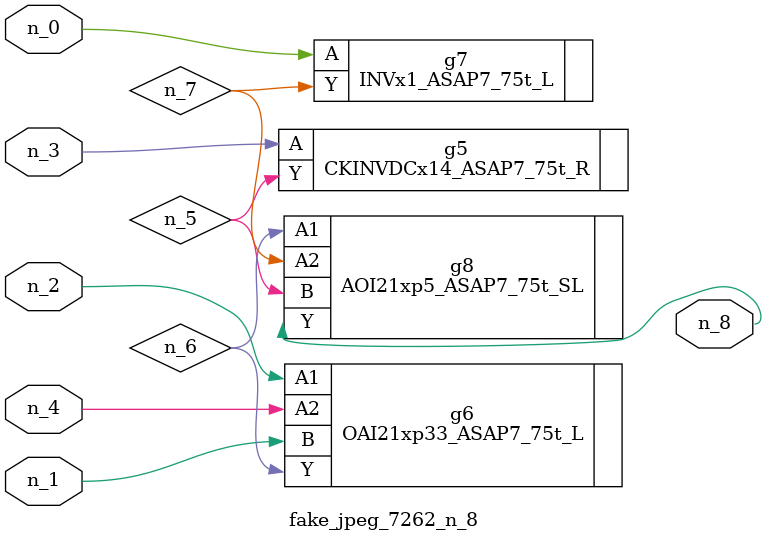
<source format=v>
module fake_jpeg_7262_n_8 (n_3, n_2, n_1, n_0, n_4, n_8);

input n_3;
input n_2;
input n_1;
input n_0;
input n_4;

output n_8;

wire n_6;
wire n_5;
wire n_7;

CKINVDCx14_ASAP7_75t_R g5 ( 
.A(n_3),
.Y(n_5)
);

OAI21xp33_ASAP7_75t_L g6 ( 
.A1(n_2),
.A2(n_4),
.B(n_1),
.Y(n_6)
);

INVx1_ASAP7_75t_L g7 ( 
.A(n_0),
.Y(n_7)
);

AOI21xp5_ASAP7_75t_SL g8 ( 
.A1(n_6),
.A2(n_7),
.B(n_5),
.Y(n_8)
);


endmodule
</source>
